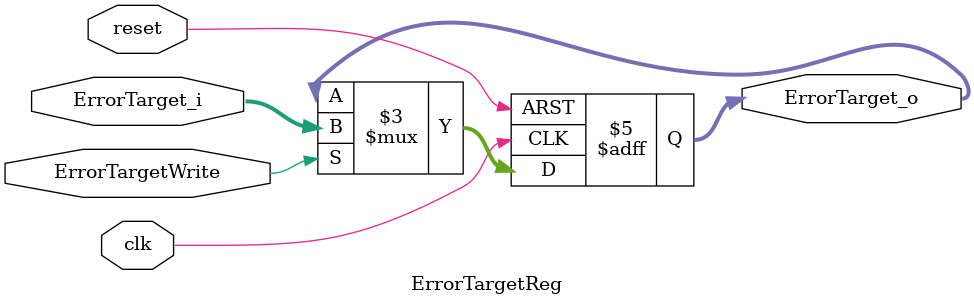
<source format=v>
`timescale 1ns / 1ps


module ErrorTargetReg(reset, clk, ErrorTargetWrite, ErrorTarget_i, ErrorTarget_o);
    //Input Clock Signals
    input reset;             
    input clk;
    //Input Control Signals             
    input ErrorTargetWrite;
    //Input PC             
    input [4:0] ErrorTarget_i;
    //Output PC  
    output reg [4:0] ErrorTarget_o; 


    always@(posedge reset or posedge clk)
    begin
        if(reset) begin
            ErrorTarget_o <= 0;
        end else if (ErrorTargetWrite) begin
            ErrorTarget_o <= ErrorTarget_i;
        end else begin
            ErrorTarget_o <= ErrorTarget_o;
        end
    end
endmodule


</source>
